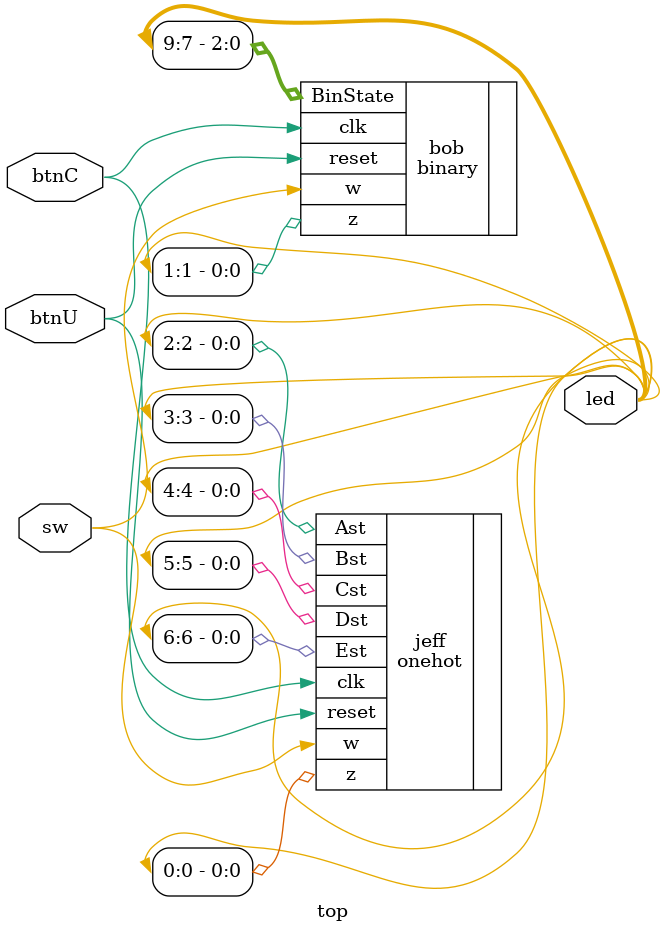
<source format=v>
module top(
    input sw, // w
    output [9:0] led, // see IO table
    input btnC, // clk
    input btnU // reset
);

    // Hook up binary and one-hot state machines
    onehot jeff (
        .w(sw),
        .clk(btnC),
        .z(led[0]),
        .Ast(led[2]),
        .Bst(led[3]),
        .Cst(led[4]),
        .Dst(led[5]),
        .Est(led[6]),
        .reset(btnU)
        );
     
     binary bob (
        .w(sw),
        .clk(btnC),
        .z(led[1]),
        .BinState(led[9:7]),
        .reset(btnU)
        
        );
        
        
        

endmodule
</source>
